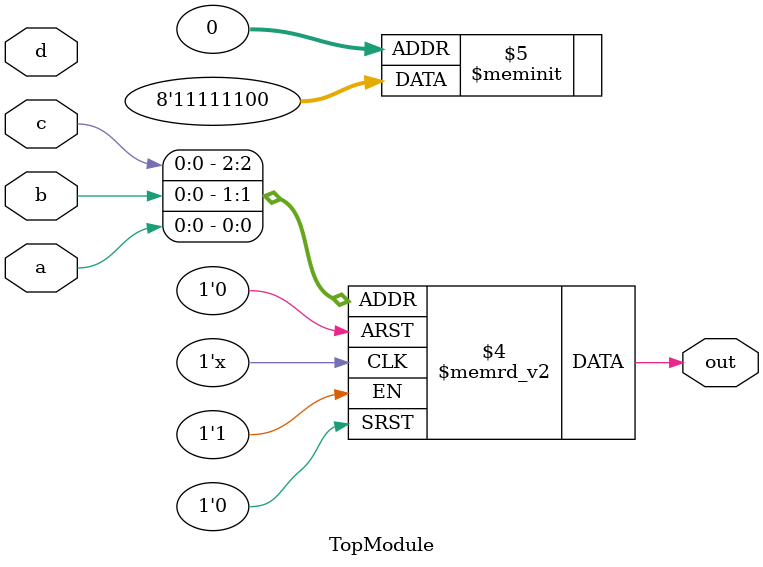
<source format=sv>
module TopModule (
    input  logic a,
    input  logic b,
    input  logic c,
    input  logic d,
    output logic out
);

    always @(*) begin
        case ({c, b, a})
            3'b000: out = 1'b0;
            3'b001: out = 1'b0;
            3'b010: out = 1'b1;
            3'b011: out = 1'b1;
            3'b100: out = 1'b1;
            3'b101: out = 1'b1;
            3'b110: out = 1'b1;
            3'b111: out = 1'b1;
            default: out = 1'b0; // Handle don't-care and undefined cases
        endcase
    end

endmodule
</source>
